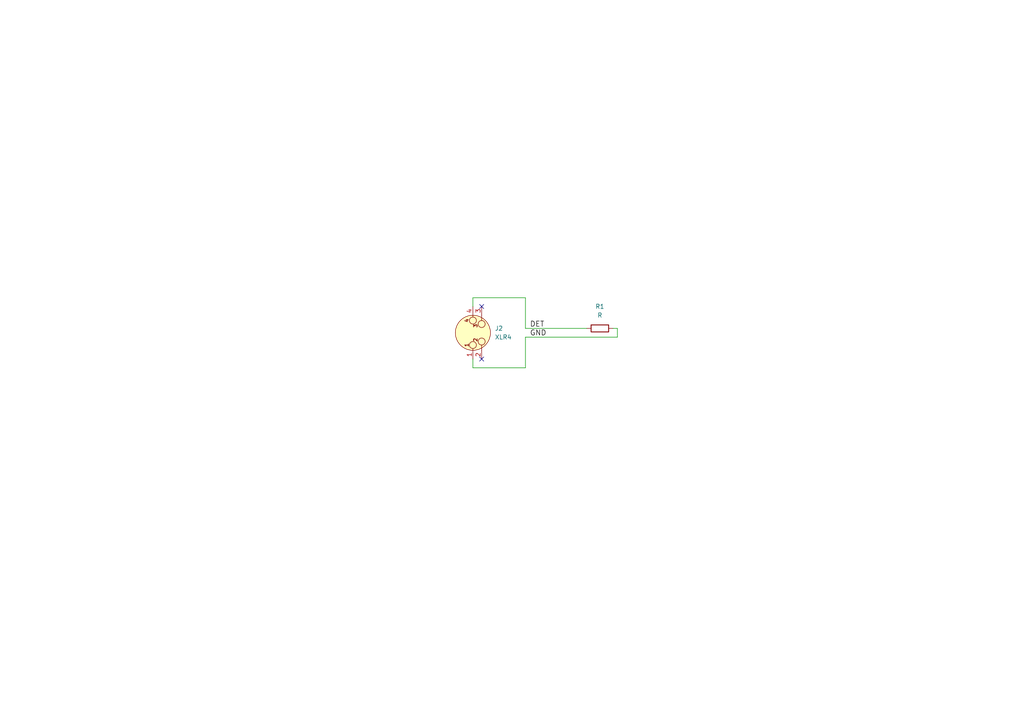
<source format=kicad_sch>
(kicad_sch (version 20250114) (generator "eeschema") (generator_version "9.0")
  (paper "A4")
  (title_block (title "MiniXLR adapter") (date "2025-08-18") (rev "6c") (company "elagil"))
  (lib_symbols
    (symbol "Connector_Audio:XLR4" (pin_names (hide yes))
      (property "Reference" "J" (at 0 8.89 0))
      (property "Value" "XLR4" (at 0 6.35 0))
      (symbol "XLR4_0_1"
        (polyline (pts (xy -5.08 0) (xy -4.572 0)))
        (polyline (pts (xy -5.08 -2.54) (xy -4.445 -2.54)))
        (polyline (pts (xy -4.572 -2.54) (xy -3.556 -2.54)))
        (circle (center -3.556 0) (radius 1.016))
        (circle (center -2.54 -2.54) (radius 1.016))
        (circle (center 0 0) (radius 5.08) (fill (type background)))
        (circle (center 2.54 -2.54) (radius 1.016))
        (circle (center 3.556 0) (radius 1.016))
        (polyline (pts (xy 4.318 -2.54) (xy 3.556 -2.54)))
        (polyline (pts (xy 5.08 0) (xy 4.572 0)))
        (polyline (pts (xy 5.08 -2.54) (xy 4.445 -2.54)))
        (text "1" (at -3.556 1.778 0) (effects (font (size 1.016 1.016) (bold yes))))
        (text "2" (at -2.032 -0.762 0) (effects (font (size 1.016 1.016) (bold yes))))
        (text "3" (at 2.032 -0.762 0) (effects (font (size 1.016 1.016) (bold yes))))
        (text "4" (at 3.556 1.778 0) (effects (font (size 1.016 1.016) (bold yes))))
      )
      (symbol "XLR4_1_1"
        (pin passive line (at -7.62 0 0) (length 2.54) (name "~") (number "1"))
        (pin passive line (at -7.62 -2.54 0) (length 2.54) (name "~") (number "2"))
        (pin passive line (at 7.62 0 180) (length 2.54) (name "~") (number "4"))
        (pin passive line (at 7.62 -2.54 180) (length 2.54) (name "~") (number "3"))
      )
    )
    (symbol "Device:R" (pin_numbers (hide yes)) (pin_names (offset 0))
      (property "Reference" "R" (at 2.032 0 90))
      (property "Value" "R" (at 0 0 90))
      (symbol "R_0_1"
        (rectangle (start -1.016 -2.54) (end 1.016 2.54) (stroke (width 0.254)))
      )
      (symbol "R_1_1"
        (pin passive line (at 0 3.81 270) (length 1.27) (name "~") (number "1"))
        (pin passive line (at 0 -3.81 90) (length 1.27) (name "~") (number "2"))
      )
    )
  )
  (no_connect (at 139.7 88.9))
  (no_connect (at 139.7 104.14))
  (wire (pts (xy 152.4 97.79) (xy 179.07 97.79)))
  (wire (pts (xy 179.07 95.25) (xy 179.07 97.79)))
  (wire (pts (xy 152.4 86.36) (xy 152.4 95.25)))
  (wire (pts (xy 177.8 95.25) (xy 179.07 95.25)))
  (wire (pts (xy 137.16 104.14) (xy 137.16 106.68)))
  (wire (pts (xy 152.4 106.68) (xy 152.4 97.79)))
  (wire (pts (xy 137.16 88.9) (xy 137.16 86.36)))
  (wire (pts (xy 152.4 95.25) (xy 170.18 95.25)))
  (wire (pts (xy 137.16 106.68) (xy 152.4 106.68)))
  (wire (pts (xy 137.16 86.36) (xy 152.4 86.36)))
  (label "GND" (at 153.67 97.79 0) (effects (font (size 1.524 1.524))))
  (label "DET" (at 153.67 95.25 0) (effects (font (size 1.524 1.524))))
  (symbol (lib_id "Device:R") (at 173.99 95.25 90) (unit 1)
    (property "Reference" "R1" (at 173.99 88.9 90))
    (property "Value" "R" (at 173.99 91.44 90))
    (property "Footprint" "Resistor_SMD:R_0603_1608Metric" (effects (hide yes)))
    (property "Description" "Resistor" (effects (hide yes)))
  )
  (symbol (lib_id "Connector_Audio:XLR4") (at 137.16 96.52 90) (unit 1)
    (property "Reference" "J2" (at 143.51 95.2499 90) (effects (justify right)))
    (property "Value" "XLR4" (at 143.51 97.7899 90) (effects (justify right)))
    (property "Footprint" "connector_audio:MiniXLR-4_Rean_RT4MPR" (effects (hide yes)))
    (property "Description" "XLR Connector, Male or Female, 4 Pins" (effects (hide yes)))
  )
)
</source>
